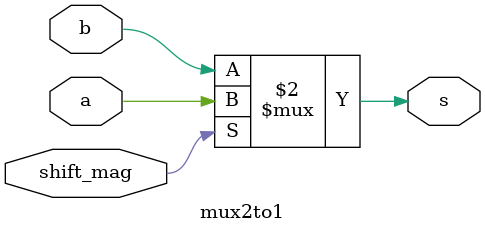
<source format=v>
module mux2to1( a, b, s, shift_mag ) ;

input a, b, shift_mag ; // a:別人的 b:自己的
output s ;
 
  assign s = ( shift_mag == 0 ) ? b : a ;
  
endmodule
</source>
